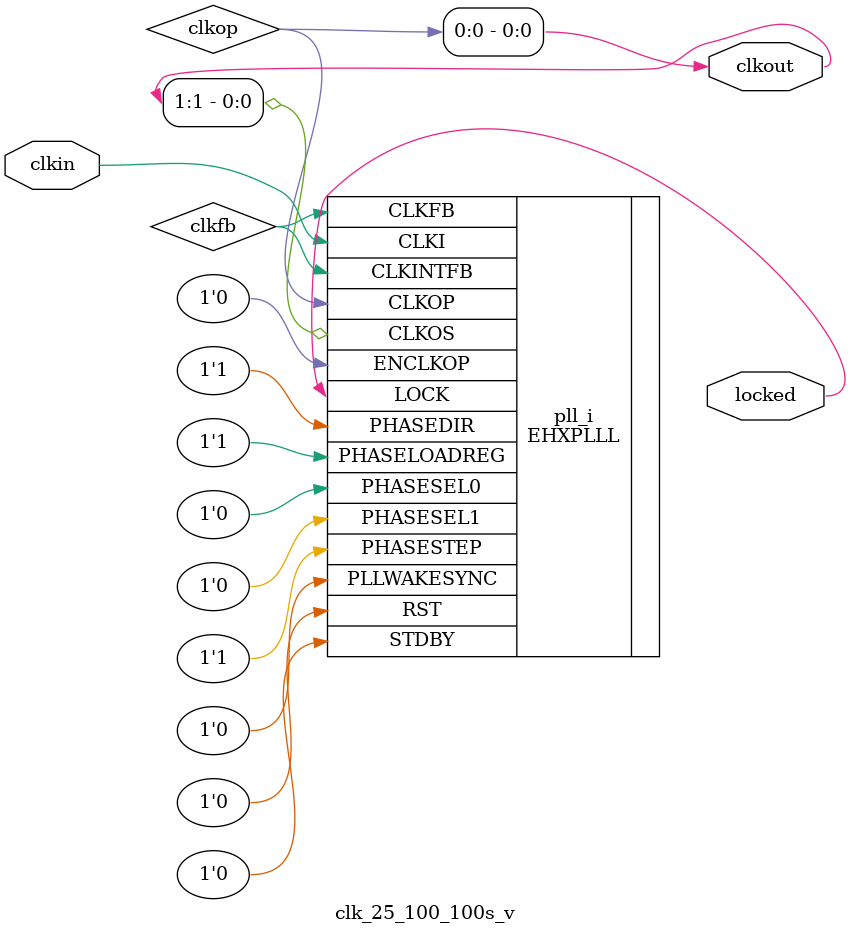
<source format=v>
module clk_25_100_100s_v
(
    input clkin, // 25 MHz, 0 deg
    output [1:0] clkout, // 0: 100 MHz, 0 deg; 1: 100 MHz, 180 deg
    output locked
);
wire clkfb;
wire clkos;
wire clkop;
(* ICP_CURRENT="12" *) (* LPF_RESISTOR="8" *) (* MFG_ENABLE_FILTEROPAMP="1" *) (* MFG_GMCREF_SEL="2" *)
EHXPLLL #(
        .PLLRST_ENA("DISABLED"),
        .STDBY_ENABLE("DISABLED"),
        .INTFB_WAKE("DISABLED"),
        .DPHASE_SOURCE("DISABLED"),
        .CLKOP_FPHASE(0),
        .CLKOP_CPHASE(2),
        .OUTDIVIDER_MUXA("DIVA"),
        .CLKOP_ENABLE("ENABLED"),
        .CLKOP_DIV(6),
        .CLKOS_ENABLE("ENABLED"),
        .CLKOS_DIV(6),
        .CLKOS_CPHASE(5),
        .CLKOS_FPHASE(0),
        .CLKFB_DIV(4),
        .CLKI_DIV(1),
        .FEEDBK_PATH("INT_OP")
    ) pll_i (
        .CLKI(clkin),
        .CLKFB(clkfb),
        .CLKINTFB(clkfb),
        .CLKOP(clkop),
        .CLKOS(clkout[1]),
        .RST(1'b0),
        .STDBY(1'b0),
        .PHASESEL0(1'b0),
        .PHASESEL1(1'b0),
        .PHASEDIR(1'b1),
        .PHASESTEP(1'b1),
        .PHASELOADREG(1'b1),
        .PLLWAKESYNC(1'b0),
        .ENCLKOP(1'b0),
        .LOCK(locked)
	);
assign clkout[0] = clkop;
endmodule

</source>
